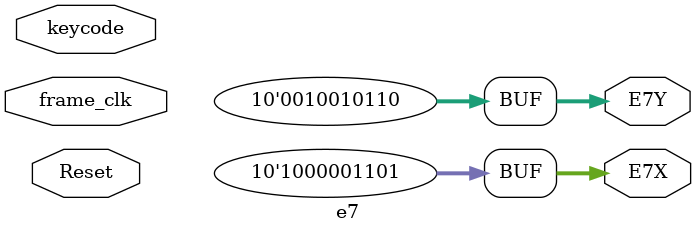
<source format=sv>



module  e7 ( input Reset, frame_clk, input [7:0] keycode,
               output [9:0]  E7X, E7Y);
    
       
    assign E7X = 525;
   
    assign E7Y = 150;
    

endmodule

</source>
